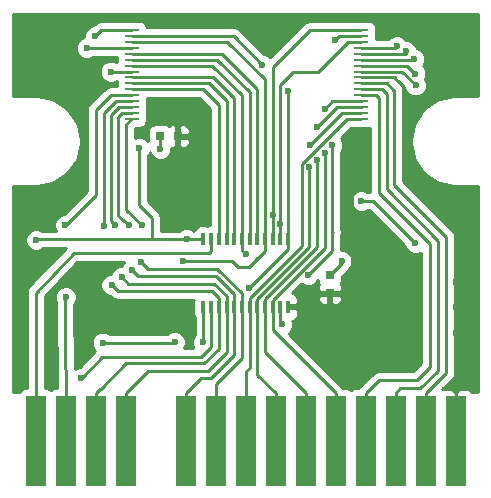
<source format=gbr>
G04 #@! TF.FileFunction,Copper,L1,Top,Signal*
%FSLAX46Y46*%
G04 Gerber Fmt 4.6, Leading zero omitted, Abs format (unit mm)*
G04 Created by KiCad (PCBNEW 4.0.0-rc1-stable) date 20-08-2016 17:56:14*
%MOMM*%
G01*
G04 APERTURE LIST*
%ADD10C,0.100000*%
%ADD11R,1.778000X7.620000*%
%ADD12R,0.750000X0.800000*%
%ADD13R,0.800000X0.750000*%
%ADD14R,0.400000X1.100000*%
%ADD15R,1.270000X0.279400*%
%ADD16C,0.600000*%
%ADD17C,0.250000*%
%ADD18C,0.254000*%
G04 APERTURE END LIST*
D10*
D11*
X129540000Y-93980000D03*
X132080000Y-93980000D03*
X134620000Y-93980000D03*
X137160000Y-93980000D03*
X142240000Y-93980000D03*
X144780000Y-93980000D03*
X147320000Y-93980000D03*
X149860000Y-93980000D03*
X152400000Y-93980000D03*
X154940000Y-93980000D03*
X157480000Y-93980000D03*
X160020000Y-93980000D03*
X162560000Y-93980000D03*
X165100000Y-93980000D03*
D12*
X154450000Y-79950000D03*
X154450000Y-81450000D03*
D13*
X140075000Y-68175000D03*
X141575000Y-68175000D03*
D14*
X143745000Y-82606000D03*
X144395000Y-82606000D03*
X145045000Y-82606000D03*
X145695000Y-82606000D03*
X146345000Y-82606000D03*
X146995000Y-82606000D03*
X147645000Y-82606000D03*
X148295000Y-82606000D03*
X148945000Y-82606000D03*
X149595000Y-82606000D03*
X150245000Y-82606000D03*
X150895000Y-82606000D03*
X150895000Y-76906000D03*
X150245000Y-76906000D03*
X149595000Y-76906000D03*
X148945000Y-76906000D03*
X148295000Y-76906000D03*
X147645000Y-76906000D03*
X146995000Y-76906000D03*
X146345000Y-76906000D03*
X145695000Y-76906000D03*
X145045000Y-76906000D03*
X144395000Y-76906000D03*
X143745000Y-76906000D03*
D15*
X137668000Y-59182000D03*
X137668000Y-59690000D03*
X137668000Y-60172600D03*
X137668000Y-60680600D03*
X137668000Y-61188600D03*
X137668000Y-61671200D03*
X137668000Y-62179200D03*
X137668000Y-62687200D03*
X137668000Y-63169800D03*
X137668000Y-63677800D03*
X137668000Y-64185800D03*
X137668000Y-64693800D03*
X137668000Y-65176400D03*
X137668000Y-65684400D03*
X137668000Y-66192400D03*
X137668000Y-66675000D03*
X157099000Y-66675000D03*
X157099000Y-66167000D03*
X157099000Y-65684400D03*
X157099000Y-65176400D03*
X157099000Y-64668400D03*
X157099000Y-64185800D03*
X157099000Y-63677800D03*
X157099000Y-63169800D03*
X157099000Y-62687200D03*
X157099000Y-62179200D03*
X157099000Y-61671200D03*
X157099000Y-61163200D03*
X157099000Y-60680600D03*
X157099000Y-60172600D03*
X157099000Y-59664600D03*
X157099000Y-59182000D03*
D16*
X132050000Y-75700000D03*
X132080000Y-81788000D03*
X135960000Y-80750000D03*
X135330000Y-75730000D03*
X136280000Y-75720000D03*
X136820000Y-80120000D03*
X137690000Y-79470000D03*
X137410000Y-75710000D03*
X138490000Y-78810000D03*
X138500000Y-75680000D03*
X152730000Y-68920000D03*
X152710000Y-70790000D03*
X153370000Y-70160000D03*
X153380000Y-67380000D03*
X154000000Y-69550000D03*
X154010000Y-65820000D03*
X130746500Y-78232000D03*
X130810000Y-83375500D03*
X165100000Y-84836000D03*
X161671000Y-84836000D03*
X161671000Y-80518000D03*
X165100000Y-80518000D03*
X143150000Y-73650000D03*
X156400000Y-72000000D03*
X142850000Y-68200000D03*
X165100000Y-82600000D03*
X161700000Y-82600000D03*
X161700000Y-63860000D03*
X161680000Y-62870000D03*
X161600000Y-61640000D03*
X160900000Y-60990000D03*
X160110000Y-60530000D03*
X150400000Y-84100000D03*
X152600000Y-79925000D03*
X154900000Y-60000000D03*
X154650000Y-68900000D03*
X143700000Y-85600000D03*
X134550000Y-59700000D03*
X135200000Y-85650000D03*
X141300000Y-85600000D03*
X147574000Y-81026000D03*
X150900000Y-64300000D03*
X148700000Y-62100000D03*
X141986000Y-78740000D03*
X133850000Y-60700000D03*
X133350000Y-88646000D03*
X161671000Y-77216000D03*
X157099000Y-73660000D03*
X142319000Y-76906000D03*
X155450000Y-78725000D03*
X140100000Y-69225000D03*
X138325000Y-69200000D03*
X135900000Y-62700000D03*
X129560000Y-76950000D03*
X147325000Y-78175000D03*
X149606000Y-74803000D03*
X150241000Y-75628500D03*
D17*
X129540000Y-93980000D02*
X129540000Y-89916000D01*
X144395000Y-77840000D02*
X144395000Y-76764000D01*
X144175000Y-78070000D02*
X144395000Y-77840000D01*
X132745000Y-78070000D02*
X144175000Y-78070000D01*
X129540000Y-81407000D02*
X132745000Y-78070000D01*
X129540000Y-89535000D02*
X129540000Y-81407000D01*
X129540000Y-89916000D02*
X129540000Y-89535000D01*
X132050000Y-75700000D02*
X132072000Y-75700000D01*
X134620000Y-65980000D02*
X135906200Y-64693800D01*
X134620000Y-73152000D02*
X134620000Y-65980000D01*
X132072000Y-75700000D02*
X134620000Y-73152000D01*
X132080000Y-93980000D02*
X132060000Y-81808000D01*
X135906200Y-64693800D02*
X136893800Y-64693800D01*
X137668000Y-64693800D02*
X136893800Y-64693800D01*
X132060000Y-81808000D02*
X132080000Y-81788000D01*
X145045000Y-82606000D02*
X145045000Y-81845000D01*
X145045000Y-81845000D02*
X144480000Y-81280000D01*
X136490000Y-81280000D02*
X135960000Y-80750000D01*
X144480000Y-81280000D02*
X136490000Y-81280000D01*
X135350000Y-71780000D02*
X135350000Y-75710000D01*
X135350000Y-75710000D02*
X135330000Y-75730000D01*
X135350000Y-71010000D02*
X135350000Y-71780000D01*
X136333600Y-65176400D02*
X137668000Y-65176400D01*
X135350000Y-66160000D02*
X136333600Y-65176400D01*
X135350000Y-71010000D02*
X135350000Y-66160000D01*
X134620000Y-93980000D02*
X134620000Y-89916000D01*
X134620000Y-89916000D02*
X135001000Y-89535000D01*
X139899976Y-87383539D02*
X143816461Y-87383539D01*
X145045000Y-86155000D02*
X145045000Y-82606000D01*
X143816461Y-87383539D02*
X145045000Y-86155000D01*
X137202500Y-87387500D02*
X139899976Y-87383539D01*
X135043500Y-89546500D02*
X137202500Y-87387500D01*
X135001000Y-89535000D02*
X135043500Y-89546500D01*
X145695000Y-82606000D02*
X145695000Y-81695000D01*
X145695000Y-81695000D02*
X144645000Y-80645000D01*
X137345000Y-80645000D02*
X136820000Y-80120000D01*
X144645000Y-80645000D02*
X137345000Y-80645000D01*
X139065000Y-88011000D02*
X144089000Y-88011000D01*
X145695000Y-86405000D02*
X145695000Y-82606000D01*
X144089000Y-88011000D02*
X145695000Y-86405000D01*
X135910000Y-71450000D02*
X135910000Y-75350000D01*
X135910000Y-75350000D02*
X136280000Y-75720000D01*
X136625600Y-65684400D02*
X137668000Y-65684400D01*
X135910000Y-66400000D02*
X136625600Y-65684400D01*
X135910000Y-71450000D02*
X135910000Y-66400000D01*
X137160000Y-93980000D02*
X137160000Y-89916000D01*
X137160000Y-89916000D02*
X139065000Y-88011000D01*
X146345000Y-82606000D02*
X146345000Y-81545000D01*
X146345000Y-81545000D02*
X144810000Y-80010000D01*
X138230000Y-80010000D02*
X137690000Y-79470000D01*
X144810000Y-80010000D02*
X138230000Y-80010000D01*
X146345000Y-81545000D02*
X146345000Y-82606000D01*
X143510000Y-88646000D02*
X144354000Y-88646000D01*
X146345000Y-86655000D02*
X146345000Y-82606000D01*
X144354000Y-88646000D02*
X146345000Y-86655000D01*
X136500000Y-70970000D02*
X136500000Y-74880000D01*
X136500000Y-74880000D02*
X137410000Y-75710000D01*
X136500000Y-69540000D02*
X136500000Y-70970000D01*
X136500000Y-69540000D02*
X136500000Y-66570000D01*
X136500000Y-66570000D02*
X136877600Y-66192400D01*
X136877600Y-66192400D02*
X137668000Y-66192400D01*
X142240000Y-89916000D02*
X143510000Y-88646000D01*
X142240000Y-93980000D02*
X142240000Y-89916000D01*
X146345000Y-81545000D02*
X146345000Y-82606000D01*
X146995000Y-82606000D02*
X146995000Y-81463000D01*
X139055000Y-79375000D02*
X138490000Y-78810000D01*
X144907000Y-79375000D02*
X139055000Y-79375000D01*
X146995000Y-81463000D02*
X144907000Y-79375000D01*
X144798000Y-89898000D02*
X144798000Y-89102000D01*
X146995000Y-86905000D02*
X146995000Y-82606000D01*
X144798000Y-89102000D02*
X146995000Y-86905000D01*
X137220000Y-70050000D02*
X137220000Y-74400000D01*
X137220000Y-70050000D02*
X137220000Y-67123000D01*
X137220000Y-67123000D02*
X137668000Y-66675000D01*
X137220000Y-74400000D02*
X138500000Y-75680000D01*
X144780000Y-89916000D02*
X144798000Y-89898000D01*
X144780000Y-93980000D02*
X144780000Y-89916000D01*
X147320000Y-93980000D02*
X147320000Y-88080000D01*
X147645000Y-87755000D02*
X147645000Y-82606000D01*
X147320000Y-88080000D02*
X147645000Y-87755000D01*
X152050000Y-76400000D02*
X152050000Y-77450000D01*
X152050000Y-76400000D02*
X152050000Y-70530000D01*
X152050000Y-70530000D02*
X155905000Y-66675000D01*
X155905000Y-66675000D02*
X157099000Y-66675000D01*
X152050000Y-77450000D02*
X147645000Y-81855000D01*
X147645000Y-81855000D02*
X147645000Y-82606000D01*
X149860000Y-93980000D02*
X149860000Y-89916000D01*
X149860000Y-89916000D02*
X148295000Y-88351000D01*
X148295000Y-88351000D02*
X148295000Y-82606000D01*
X152690000Y-75800000D02*
X152690000Y-77510000D01*
X148295000Y-81905000D02*
X148295000Y-82606000D01*
X152690000Y-77510000D02*
X148295000Y-81905000D01*
X155483000Y-66167000D02*
X157099000Y-66167000D01*
X152730000Y-68920000D02*
X155483000Y-66167000D01*
X152690000Y-70810000D02*
X152710000Y-70790000D01*
X152690000Y-75800000D02*
X152690000Y-70810000D01*
X152400000Y-93980000D02*
X152400000Y-89900000D01*
X148945000Y-86445000D02*
X148945000Y-82606000D01*
X152400000Y-89900000D02*
X148945000Y-86445000D01*
X153370000Y-76300000D02*
X153370000Y-77530000D01*
X153370000Y-76300000D02*
X153370000Y-70160000D01*
X153380000Y-67380000D02*
X155075600Y-65684400D01*
X155075600Y-65684400D02*
X157099000Y-65684400D01*
X153370000Y-77530000D02*
X148945000Y-81955000D01*
X148945000Y-81955000D02*
X148945000Y-82606000D01*
X157124400Y-65659000D02*
X157099000Y-65684400D01*
X154940000Y-93980000D02*
X154940000Y-89940000D01*
X149595000Y-84595000D02*
X149595000Y-82606000D01*
X154940000Y-89940000D02*
X149595000Y-84595000D01*
X154000000Y-76300000D02*
X154000000Y-77600000D01*
X154000000Y-76300000D02*
X154000000Y-69550000D01*
X154010000Y-65820000D02*
X154653600Y-65176400D01*
X154653600Y-65176400D02*
X157099000Y-65176400D01*
X154000000Y-77600000D02*
X149595000Y-82005000D01*
X149595000Y-82005000D02*
X149595000Y-82606000D01*
X157124400Y-65151000D02*
X157099000Y-65176400D01*
X157480000Y-93980000D02*
X157480000Y-89920000D01*
X157480000Y-89920000D02*
X158600000Y-88800000D01*
X162900000Y-77300000D02*
X158600000Y-73000000D01*
X162900000Y-87700000D02*
X162900000Y-77300000D01*
X161800000Y-88800000D02*
X162900000Y-87700000D01*
X158600000Y-88800000D02*
X161800000Y-88800000D01*
X158600000Y-69360000D02*
X158600000Y-73000000D01*
X158368400Y-64668400D02*
X157099000Y-64668400D01*
X158600000Y-64900000D02*
X158368400Y-64668400D01*
X158600000Y-69360000D02*
X158600000Y-64900000D01*
X160020000Y-89900000D02*
X160020000Y-89880000D01*
X163600000Y-77000000D02*
X159250000Y-72650000D01*
X163600000Y-88000000D02*
X163600000Y-77000000D01*
X162100000Y-89500000D02*
X163600000Y-88000000D01*
X160400000Y-89500000D02*
X162100000Y-89500000D01*
X160020000Y-89880000D02*
X160400000Y-89500000D01*
X160020000Y-89900000D02*
X160020000Y-93980000D01*
X159250000Y-70270000D02*
X159250000Y-72650000D01*
X158825800Y-64185800D02*
X157099000Y-64185800D01*
X159250000Y-64610000D02*
X158825800Y-64185800D01*
X159250000Y-70270000D02*
X159250000Y-64610000D01*
X162560000Y-93980000D02*
X162560000Y-89920000D01*
X162560000Y-89920000D02*
X164300000Y-88180000D01*
X159900000Y-72300000D02*
X159900000Y-71400000D01*
X164300000Y-76700000D02*
X159900000Y-72300000D01*
X164300000Y-88180000D02*
X164300000Y-76700000D01*
X159900000Y-69590000D02*
X159900000Y-71400000D01*
X159267800Y-63677800D02*
X157099000Y-63677800D01*
X159900000Y-64310000D02*
X159267800Y-63677800D01*
X159900000Y-69590000D02*
X159900000Y-64310000D01*
X156337000Y-82606000D02*
X156337000Y-72063000D01*
X156337000Y-72063000D02*
X156400000Y-72000000D01*
X161700000Y-82600000D02*
X161700000Y-84807000D01*
X165100000Y-84836000D02*
X165100000Y-85598000D01*
X161700000Y-84807000D02*
X161671000Y-84836000D01*
X165100000Y-80645000D02*
X165100000Y-80518000D01*
X161671000Y-80518000D02*
X161700000Y-80518000D01*
X161700000Y-80518000D02*
X161671000Y-80518000D01*
X161671000Y-80518000D02*
X161700000Y-80518000D01*
X154450000Y-82606000D02*
X154450000Y-81450000D01*
X141575000Y-68175000D02*
X141575000Y-72050000D01*
X143150000Y-73625000D02*
X143150000Y-73650000D01*
X141575000Y-72050000D02*
X143150000Y-73625000D01*
X141575000Y-68175000D02*
X142850000Y-68200000D01*
X161700000Y-82600000D02*
X161700000Y-80518000D01*
X150895000Y-82606000D02*
X154450000Y-82606000D01*
X154450000Y-82606000D02*
X156337000Y-82606000D01*
X156337000Y-82606000D02*
X161694000Y-82606000D01*
X161700000Y-82600000D02*
X161694000Y-82606000D01*
X165100000Y-93980000D02*
X165100000Y-85598000D01*
X165100000Y-85598000D02*
X165100000Y-82600000D01*
X165100000Y-82600000D02*
X165100000Y-80645000D01*
X165100000Y-80645000D02*
X165100000Y-76400000D01*
X160800000Y-71200000D02*
X160750000Y-71200000D01*
X160750000Y-71250000D02*
X160800000Y-71200000D01*
X160750000Y-72050000D02*
X160750000Y-71250000D01*
X165100000Y-76400000D02*
X160750000Y-72050000D01*
X159859800Y-63169800D02*
X157099000Y-63169800D01*
X160750000Y-64060000D02*
X159859800Y-63169800D01*
X160750000Y-71200000D02*
X160750000Y-64060000D01*
X157099000Y-62687200D02*
X160527200Y-62687200D01*
X160527200Y-62687200D02*
X161700000Y-63860000D01*
X160600000Y-62179200D02*
X160990000Y-62180000D01*
X160990000Y-62180000D02*
X161680000Y-62870000D01*
X160600000Y-62179200D02*
X157099000Y-62179200D01*
X157099000Y-61671200D02*
X161568800Y-61671200D01*
X161568800Y-61671200D02*
X161600000Y-61640000D01*
X160920000Y-61160000D02*
X157099000Y-61163200D01*
X160900000Y-60990000D02*
X160920000Y-61160000D01*
X159959400Y-60680600D02*
X157099000Y-60680600D01*
X160110000Y-60530000D02*
X159959400Y-60680600D01*
X150245000Y-83945000D02*
X150245000Y-82606000D01*
X150400000Y-84100000D02*
X150245000Y-83945000D01*
X154700000Y-76250000D02*
X154650000Y-76250000D01*
X154650000Y-76300000D02*
X154700000Y-76250000D01*
X154650000Y-77875000D02*
X154650000Y-76300000D01*
X152600000Y-79925000D02*
X154650000Y-77875000D01*
X155235400Y-59664600D02*
X157099000Y-59664600D01*
X154900000Y-60000000D02*
X155235400Y-59664600D01*
X154650000Y-76250000D02*
X154650000Y-68900000D01*
X143745000Y-82606000D02*
X143745000Y-85555000D01*
X143745000Y-85555000D02*
X143700000Y-85600000D01*
X135068000Y-59182000D02*
X137668000Y-59182000D01*
X134550000Y-59700000D02*
X135068000Y-59182000D01*
X134550000Y-59700000D02*
X134550000Y-59700000D01*
X141250000Y-85650000D02*
X135200000Y-85650000D01*
X141300000Y-85600000D02*
X141250000Y-85650000D01*
X150895000Y-77705000D02*
X150895000Y-76906000D01*
X147574000Y-81026000D02*
X150895000Y-77705000D01*
X150895000Y-76906000D02*
X150895000Y-64305000D01*
X142600000Y-59690000D02*
X137668000Y-59690000D01*
X150895000Y-64305000D02*
X150900000Y-64300000D01*
X148700000Y-62100000D02*
X146290000Y-59690000D01*
X146290000Y-59690000D02*
X142610000Y-59690000D01*
X142610000Y-59690000D02*
X142600000Y-59700000D01*
X142600000Y-59700000D02*
X142600000Y-59690000D01*
X147574000Y-79248000D02*
X148209000Y-78613000D01*
X146685000Y-79248000D02*
X147574000Y-79248000D01*
X146177000Y-78740000D02*
X146685000Y-79248000D01*
X141986000Y-78740000D02*
X146177000Y-78740000D01*
X148209000Y-78613000D02*
X148209000Y-78486000D01*
X148209000Y-78486000D02*
X148209000Y-78613000D01*
X148209000Y-78613000D02*
X148945000Y-77877000D01*
X148945000Y-77877000D02*
X148945000Y-76906000D01*
X148945000Y-76906000D02*
X148945000Y-63345000D01*
X148945000Y-63345000D02*
X145772600Y-60172600D01*
X145772600Y-60172600D02*
X137668000Y-60172600D01*
X133869400Y-60680600D02*
X137668000Y-60680600D01*
X133850000Y-60700000D02*
X133869400Y-60680600D01*
X139200019Y-86869410D02*
X143530590Y-86869410D01*
X144395000Y-86005000D02*
X144395000Y-82606000D01*
X143530590Y-86869410D02*
X144395000Y-86005000D01*
X135179500Y-86870500D02*
X139200019Y-86869410D01*
X133528500Y-88521500D02*
X135179500Y-86870500D01*
X133477000Y-88519000D02*
X133528500Y-88521500D01*
X133350000Y-88646000D02*
X133477000Y-88519000D01*
X158115000Y-73660000D02*
X161671000Y-77216000D01*
X157099000Y-73660000D02*
X158115000Y-73660000D01*
X141175000Y-76906000D02*
X142319000Y-76906000D01*
X155500000Y-78900000D02*
X154450000Y-79950000D01*
X155500000Y-78775000D02*
X155500000Y-78900000D01*
X155450000Y-78725000D02*
X155500000Y-78775000D01*
X140075000Y-68175000D02*
X140075000Y-69200000D01*
X140075000Y-69200000D02*
X140100000Y-69225000D01*
X138300000Y-74000000D02*
X138325000Y-69200000D01*
X139400000Y-75100000D02*
X138300000Y-74000000D01*
X139400000Y-76906000D02*
X139400000Y-75100000D01*
X135912800Y-62687200D02*
X137668000Y-62687200D01*
X135900000Y-62700000D02*
X135912800Y-62687200D01*
X129604000Y-76906000D02*
X139400000Y-76906000D01*
X139400000Y-76906000D02*
X141175000Y-76906000D01*
X141175000Y-76906000D02*
X143745000Y-76906000D01*
X129560000Y-76950000D02*
X129604000Y-76906000D01*
X146995000Y-76906000D02*
X146995000Y-77845000D01*
X146995000Y-77845000D02*
X147325000Y-78175000D01*
X147000000Y-65100000D02*
X147000000Y-64700000D01*
X144479200Y-62179200D02*
X137668000Y-62179200D01*
X147000000Y-64700000D02*
X144479200Y-62179200D01*
X147000000Y-65350000D02*
X146995000Y-65350000D01*
X147000000Y-65100000D02*
X147000000Y-65350000D01*
X146995000Y-76906000D02*
X146995000Y-65350000D01*
X149606000Y-74803000D02*
X149595000Y-74803000D01*
X149595000Y-74803000D02*
X149606000Y-74803000D01*
X149606000Y-74803000D02*
X149595000Y-74803000D01*
X149606000Y-75692000D02*
X149595000Y-75692000D01*
X149595000Y-75692000D02*
X149606000Y-75692000D01*
X149606000Y-75692000D02*
X149595000Y-75692000D01*
X149595000Y-76906000D02*
X149595000Y-75692000D01*
X149595000Y-75692000D02*
X149595000Y-74803000D01*
X149595000Y-74803000D02*
X149595000Y-62335000D01*
X152748000Y-59182000D02*
X157099000Y-59182000D01*
X149595000Y-62335000D02*
X152748000Y-59182000D01*
X150241000Y-75628500D02*
X150245000Y-75628500D01*
X150241000Y-75628500D02*
X150245000Y-75628500D01*
X150241000Y-74930000D02*
X150245000Y-74930000D01*
X150245000Y-74930000D02*
X150241000Y-74930000D01*
X150241000Y-74930000D02*
X150245000Y-74930000D01*
X150245000Y-65400000D02*
X150245000Y-63805000D01*
X155977400Y-60172600D02*
X157099000Y-60172600D01*
X153450000Y-62700000D02*
X155977400Y-60172600D01*
X151350000Y-62700000D02*
X153450000Y-62700000D01*
X150245000Y-63805000D02*
X151350000Y-62700000D01*
X150245000Y-76906000D02*
X150245000Y-75628500D01*
X150245000Y-75628500D02*
X150245000Y-74930000D01*
X150245000Y-74930000D02*
X150245000Y-65400000D01*
X148295000Y-64900000D02*
X148295000Y-64145000D01*
X148295000Y-64145000D02*
X145338600Y-61188600D01*
X145338600Y-61188600D02*
X137668000Y-61188600D01*
X148295000Y-76906000D02*
X148295000Y-64900000D01*
X147645000Y-65400000D02*
X147645000Y-64445000D01*
X147645000Y-64445000D02*
X144871200Y-61671200D01*
X144871200Y-61671200D02*
X137668000Y-61671200D01*
X147645000Y-76906000D02*
X147645000Y-65400000D01*
X146345000Y-66400000D02*
X146345000Y-64965000D01*
X146345000Y-64965000D02*
X144549800Y-63169800D01*
X144549800Y-63169800D02*
X137668000Y-63169800D01*
X146345000Y-76906000D02*
X146345000Y-66400000D01*
X145695000Y-66300000D02*
X145695000Y-65195000D01*
X144177800Y-63677800D02*
X137668000Y-63677800D01*
X145695000Y-65195000D02*
X144177800Y-63677800D01*
X145695000Y-76906000D02*
X145695000Y-66300000D01*
X145045000Y-66100000D02*
X145045000Y-65545000D01*
X143685800Y-64185800D02*
X137668000Y-64185800D01*
X145045000Y-65545000D02*
X143685800Y-64185800D01*
X145045000Y-76906000D02*
X145045000Y-66100000D01*
D18*
G36*
X167004500Y-64769500D02*
X165100000Y-64769500D01*
X165038612Y-64781711D01*
X164976021Y-64781711D01*
X163761000Y-65023393D01*
X163531915Y-65118283D01*
X162501871Y-65806537D01*
X162326537Y-65981871D01*
X161638283Y-67011915D01*
X161543393Y-67241000D01*
X161301711Y-68456020D01*
X161301712Y-68580000D01*
X161301711Y-68703980D01*
X161543393Y-69919000D01*
X161632796Y-70134838D01*
X161638283Y-70148085D01*
X162326537Y-71178129D01*
X162501871Y-71353463D01*
X163531915Y-72041717D01*
X163761000Y-72136607D01*
X164976021Y-72378289D01*
X165038612Y-72378289D01*
X165100000Y-72390500D01*
X167004500Y-72390500D01*
X167004500Y-89789000D01*
X166506026Y-89789000D01*
X166348698Y-89631673D01*
X166115309Y-89535000D01*
X165385750Y-89535000D01*
X165227000Y-89693750D01*
X165227000Y-89789000D01*
X164973000Y-89789000D01*
X164973000Y-89693750D01*
X164814250Y-89535000D01*
X164084691Y-89535000D01*
X163973918Y-89580884D01*
X164837401Y-88717401D01*
X165002148Y-88470839D01*
X165060000Y-88180000D01*
X165060000Y-76700000D01*
X165002148Y-76409161D01*
X164837401Y-76162599D01*
X160660000Y-71985198D01*
X160660000Y-64310000D01*
X160602148Y-64019161D01*
X160437401Y-63772599D01*
X160112002Y-63447200D01*
X160212398Y-63447200D01*
X160764878Y-63999680D01*
X160764838Y-64045167D01*
X160906883Y-64388943D01*
X161169673Y-64652192D01*
X161513201Y-64794838D01*
X161885167Y-64795162D01*
X162228943Y-64653117D01*
X162492192Y-64390327D01*
X162634838Y-64046799D01*
X162635162Y-63674833D01*
X162497027Y-63340519D01*
X162614838Y-63056799D01*
X162615162Y-62684833D01*
X162473117Y-62341057D01*
X162347360Y-62215081D01*
X162392192Y-62170327D01*
X162534838Y-61826799D01*
X162535162Y-61454833D01*
X162393117Y-61111057D01*
X162130327Y-60847808D01*
X161795466Y-60708761D01*
X161693117Y-60461057D01*
X161430327Y-60197808D01*
X161086799Y-60055162D01*
X160925415Y-60055021D01*
X160903117Y-60001057D01*
X160640327Y-59737808D01*
X160296799Y-59595162D01*
X159924833Y-59594838D01*
X159581057Y-59736883D01*
X159397019Y-59920600D01*
X158360309Y-59920600D01*
X158359143Y-59914404D01*
X158381440Y-59804300D01*
X158381440Y-59524900D01*
X158361621Y-59419570D01*
X158381440Y-59321700D01*
X158381440Y-59042300D01*
X158337162Y-58806983D01*
X158198090Y-58590859D01*
X157985890Y-58445869D01*
X157734000Y-58394860D01*
X156464000Y-58394860D01*
X156319764Y-58422000D01*
X152748000Y-58422000D01*
X152457160Y-58479852D01*
X152210599Y-58644599D01*
X149388720Y-61466478D01*
X149230327Y-61307808D01*
X148886799Y-61165162D01*
X148839923Y-61165121D01*
X146827401Y-59152599D01*
X146580839Y-58987852D01*
X146290000Y-58930000D01*
X142610000Y-58930000D01*
X142605000Y-58930995D01*
X142600000Y-58930000D01*
X138929309Y-58930000D01*
X138906162Y-58806983D01*
X138767090Y-58590859D01*
X138554890Y-58445869D01*
X138303000Y-58394860D01*
X137033000Y-58394860D01*
X136888764Y-58422000D01*
X135068000Y-58422000D01*
X134777161Y-58479852D01*
X134530599Y-58644599D01*
X134410320Y-58764878D01*
X134364833Y-58764838D01*
X134021057Y-58906883D01*
X133757808Y-59169673D01*
X133615162Y-59513201D01*
X133614925Y-59785460D01*
X133321057Y-59906883D01*
X133057808Y-60169673D01*
X132915162Y-60513201D01*
X132914838Y-60885167D01*
X133056883Y-61228943D01*
X133319673Y-61492192D01*
X133663201Y-61634838D01*
X134035167Y-61635162D01*
X134378943Y-61493117D01*
X134431552Y-61440600D01*
X136403968Y-61440600D01*
X136385560Y-61531500D01*
X136385560Y-61810900D01*
X136401546Y-61895857D01*
X136086799Y-61765162D01*
X135714833Y-61764838D01*
X135371057Y-61906883D01*
X135107808Y-62169673D01*
X134965162Y-62513201D01*
X134964838Y-62885167D01*
X135106883Y-63228943D01*
X135369673Y-63492192D01*
X135713201Y-63634838D01*
X136085167Y-63635162D01*
X136391540Y-63508572D01*
X136385560Y-63538100D01*
X136385560Y-63817500D01*
X136407443Y-63933800D01*
X135906200Y-63933800D01*
X135615361Y-63991652D01*
X135459434Y-64095839D01*
X135368799Y-64156399D01*
X134082599Y-65442599D01*
X133917852Y-65689161D01*
X133860000Y-65980000D01*
X133860000Y-72837198D01*
X131932301Y-74764897D01*
X131864833Y-74764838D01*
X131521057Y-74906883D01*
X131257808Y-75169673D01*
X131115162Y-75513201D01*
X131114838Y-75885167D01*
X131222612Y-76146000D01*
X130061890Y-76146000D01*
X129746799Y-76015162D01*
X129374833Y-76014838D01*
X129031057Y-76156883D01*
X128767808Y-76419673D01*
X128625162Y-76763201D01*
X128624838Y-77135167D01*
X128766883Y-77478943D01*
X129029673Y-77742192D01*
X129373201Y-77884838D01*
X129745167Y-77885162D01*
X130088943Y-77743117D01*
X130166195Y-77666000D01*
X132079260Y-77666000D01*
X128991867Y-80880549D01*
X128916038Y-80999147D01*
X128837852Y-81116161D01*
X128836330Y-81123812D01*
X128832128Y-81130384D01*
X128807462Y-81268941D01*
X128780000Y-81407000D01*
X128780000Y-89522560D01*
X128651000Y-89522560D01*
X128415683Y-89566838D01*
X128199559Y-89705910D01*
X128142786Y-89789000D01*
X127635500Y-89789000D01*
X127635500Y-72390500D01*
X129540000Y-72390500D01*
X129601389Y-72378289D01*
X129663980Y-72378289D01*
X130879000Y-72136607D01*
X131108085Y-72041717D01*
X132138129Y-71353463D01*
X132313463Y-71178129D01*
X133001717Y-70148085D01*
X133096607Y-69919000D01*
X133338289Y-68703979D01*
X133338289Y-68456019D01*
X133096607Y-67241000D01*
X133081103Y-67203569D01*
X133001717Y-67011915D01*
X132313463Y-65981871D01*
X132138129Y-65806537D01*
X131108085Y-65118283D01*
X130879000Y-65023393D01*
X129663980Y-64781711D01*
X129601389Y-64781711D01*
X129540000Y-64769500D01*
X127635500Y-64769500D01*
X127635500Y-57785500D01*
X167004500Y-57785500D01*
X167004500Y-64769500D01*
X167004500Y-64769500D01*
G37*
X167004500Y-64769500D02*
X165100000Y-64769500D01*
X165038612Y-64781711D01*
X164976021Y-64781711D01*
X163761000Y-65023393D01*
X163531915Y-65118283D01*
X162501871Y-65806537D01*
X162326537Y-65981871D01*
X161638283Y-67011915D01*
X161543393Y-67241000D01*
X161301711Y-68456020D01*
X161301712Y-68580000D01*
X161301711Y-68703980D01*
X161543393Y-69919000D01*
X161632796Y-70134838D01*
X161638283Y-70148085D01*
X162326537Y-71178129D01*
X162501871Y-71353463D01*
X163531915Y-72041717D01*
X163761000Y-72136607D01*
X164976021Y-72378289D01*
X165038612Y-72378289D01*
X165100000Y-72390500D01*
X167004500Y-72390500D01*
X167004500Y-89789000D01*
X166506026Y-89789000D01*
X166348698Y-89631673D01*
X166115309Y-89535000D01*
X165385750Y-89535000D01*
X165227000Y-89693750D01*
X165227000Y-89789000D01*
X164973000Y-89789000D01*
X164973000Y-89693750D01*
X164814250Y-89535000D01*
X164084691Y-89535000D01*
X163973918Y-89580884D01*
X164837401Y-88717401D01*
X165002148Y-88470839D01*
X165060000Y-88180000D01*
X165060000Y-76700000D01*
X165002148Y-76409161D01*
X164837401Y-76162599D01*
X160660000Y-71985198D01*
X160660000Y-64310000D01*
X160602148Y-64019161D01*
X160437401Y-63772599D01*
X160112002Y-63447200D01*
X160212398Y-63447200D01*
X160764878Y-63999680D01*
X160764838Y-64045167D01*
X160906883Y-64388943D01*
X161169673Y-64652192D01*
X161513201Y-64794838D01*
X161885167Y-64795162D01*
X162228943Y-64653117D01*
X162492192Y-64390327D01*
X162634838Y-64046799D01*
X162635162Y-63674833D01*
X162497027Y-63340519D01*
X162614838Y-63056799D01*
X162615162Y-62684833D01*
X162473117Y-62341057D01*
X162347360Y-62215081D01*
X162392192Y-62170327D01*
X162534838Y-61826799D01*
X162535162Y-61454833D01*
X162393117Y-61111057D01*
X162130327Y-60847808D01*
X161795466Y-60708761D01*
X161693117Y-60461057D01*
X161430327Y-60197808D01*
X161086799Y-60055162D01*
X160925415Y-60055021D01*
X160903117Y-60001057D01*
X160640327Y-59737808D01*
X160296799Y-59595162D01*
X159924833Y-59594838D01*
X159581057Y-59736883D01*
X159397019Y-59920600D01*
X158360309Y-59920600D01*
X158359143Y-59914404D01*
X158381440Y-59804300D01*
X158381440Y-59524900D01*
X158361621Y-59419570D01*
X158381440Y-59321700D01*
X158381440Y-59042300D01*
X158337162Y-58806983D01*
X158198090Y-58590859D01*
X157985890Y-58445869D01*
X157734000Y-58394860D01*
X156464000Y-58394860D01*
X156319764Y-58422000D01*
X152748000Y-58422000D01*
X152457160Y-58479852D01*
X152210599Y-58644599D01*
X149388720Y-61466478D01*
X149230327Y-61307808D01*
X148886799Y-61165162D01*
X148839923Y-61165121D01*
X146827401Y-59152599D01*
X146580839Y-58987852D01*
X146290000Y-58930000D01*
X142610000Y-58930000D01*
X142605000Y-58930995D01*
X142600000Y-58930000D01*
X138929309Y-58930000D01*
X138906162Y-58806983D01*
X138767090Y-58590859D01*
X138554890Y-58445869D01*
X138303000Y-58394860D01*
X137033000Y-58394860D01*
X136888764Y-58422000D01*
X135068000Y-58422000D01*
X134777161Y-58479852D01*
X134530599Y-58644599D01*
X134410320Y-58764878D01*
X134364833Y-58764838D01*
X134021057Y-58906883D01*
X133757808Y-59169673D01*
X133615162Y-59513201D01*
X133614925Y-59785460D01*
X133321057Y-59906883D01*
X133057808Y-60169673D01*
X132915162Y-60513201D01*
X132914838Y-60885167D01*
X133056883Y-61228943D01*
X133319673Y-61492192D01*
X133663201Y-61634838D01*
X134035167Y-61635162D01*
X134378943Y-61493117D01*
X134431552Y-61440600D01*
X136403968Y-61440600D01*
X136385560Y-61531500D01*
X136385560Y-61810900D01*
X136401546Y-61895857D01*
X136086799Y-61765162D01*
X135714833Y-61764838D01*
X135371057Y-61906883D01*
X135107808Y-62169673D01*
X134965162Y-62513201D01*
X134964838Y-62885167D01*
X135106883Y-63228943D01*
X135369673Y-63492192D01*
X135713201Y-63634838D01*
X136085167Y-63635162D01*
X136391540Y-63508572D01*
X136385560Y-63538100D01*
X136385560Y-63817500D01*
X136407443Y-63933800D01*
X135906200Y-63933800D01*
X135615361Y-63991652D01*
X135459434Y-64095839D01*
X135368799Y-64156399D01*
X134082599Y-65442599D01*
X133917852Y-65689161D01*
X133860000Y-65980000D01*
X133860000Y-72837198D01*
X131932301Y-74764897D01*
X131864833Y-74764838D01*
X131521057Y-74906883D01*
X131257808Y-75169673D01*
X131115162Y-75513201D01*
X131114838Y-75885167D01*
X131222612Y-76146000D01*
X130061890Y-76146000D01*
X129746799Y-76015162D01*
X129374833Y-76014838D01*
X129031057Y-76156883D01*
X128767808Y-76419673D01*
X128625162Y-76763201D01*
X128624838Y-77135167D01*
X128766883Y-77478943D01*
X129029673Y-77742192D01*
X129373201Y-77884838D01*
X129745167Y-77885162D01*
X130088943Y-77743117D01*
X130166195Y-77666000D01*
X132079260Y-77666000D01*
X128991867Y-80880549D01*
X128916038Y-80999147D01*
X128837852Y-81116161D01*
X128836330Y-81123812D01*
X128832128Y-81130384D01*
X128807462Y-81268941D01*
X128780000Y-81407000D01*
X128780000Y-89522560D01*
X128651000Y-89522560D01*
X128415683Y-89566838D01*
X128199559Y-89705910D01*
X128142786Y-89789000D01*
X127635500Y-89789000D01*
X127635500Y-72390500D01*
X129540000Y-72390500D01*
X129601389Y-72378289D01*
X129663980Y-72378289D01*
X130879000Y-72136607D01*
X131108085Y-72041717D01*
X132138129Y-71353463D01*
X132313463Y-71178129D01*
X133001717Y-70148085D01*
X133096607Y-69919000D01*
X133338289Y-68703979D01*
X133338289Y-68456019D01*
X133096607Y-67241000D01*
X133081103Y-67203569D01*
X133001717Y-67011915D01*
X132313463Y-65981871D01*
X132138129Y-65806537D01*
X131108085Y-65118283D01*
X130879000Y-65023393D01*
X129663980Y-64781711D01*
X129601389Y-64781711D01*
X129540000Y-64769500D01*
X127635500Y-64769500D01*
X127635500Y-57785500D01*
X167004500Y-57785500D01*
X167004500Y-64769500D01*
G36*
X156464000Y-67462140D02*
X157734000Y-67462140D01*
X157840000Y-67442195D01*
X157840000Y-72900000D01*
X157661463Y-72900000D01*
X157629327Y-72867808D01*
X157285799Y-72725162D01*
X156913833Y-72724838D01*
X156570057Y-72866883D01*
X156306808Y-73129673D01*
X156164162Y-73473201D01*
X156163838Y-73845167D01*
X156305883Y-74188943D01*
X156568673Y-74452192D01*
X156912201Y-74594838D01*
X157284167Y-74595162D01*
X157627943Y-74453117D01*
X157661118Y-74420000D01*
X157800198Y-74420000D01*
X160735878Y-77355680D01*
X160735838Y-77401167D01*
X160877883Y-77744943D01*
X161140673Y-78008192D01*
X161484201Y-78150838D01*
X161856167Y-78151162D01*
X162140000Y-78033885D01*
X162140000Y-87385198D01*
X161485198Y-88040000D01*
X158600000Y-88040000D01*
X158309160Y-88097852D01*
X158062599Y-88262599D01*
X156942599Y-89382599D01*
X156849080Y-89522560D01*
X156591000Y-89522560D01*
X156355683Y-89566838D01*
X156209093Y-89661166D01*
X156080890Y-89573569D01*
X155829000Y-89522560D01*
X155557556Y-89522560D01*
X155477401Y-89402598D01*
X150948448Y-84873646D01*
X151192192Y-84630327D01*
X151334838Y-84286799D01*
X151335162Y-83914833D01*
X151274835Y-83768829D01*
X151454699Y-83694327D01*
X151633327Y-83515698D01*
X151730000Y-83282309D01*
X151730000Y-82891750D01*
X151571250Y-82733000D01*
X151092440Y-82733000D01*
X151092440Y-82479000D01*
X151571250Y-82479000D01*
X151730000Y-82320250D01*
X151730000Y-81929691D01*
X151649667Y-81735750D01*
X153440000Y-81735750D01*
X153440000Y-81976309D01*
X153536673Y-82209698D01*
X153715301Y-82388327D01*
X153948690Y-82485000D01*
X154164250Y-82485000D01*
X154323000Y-82326250D01*
X154323000Y-81577000D01*
X154577000Y-81577000D01*
X154577000Y-82326250D01*
X154735750Y-82485000D01*
X154951310Y-82485000D01*
X155184699Y-82388327D01*
X155363327Y-82209698D01*
X155460000Y-81976309D01*
X155460000Y-81735750D01*
X155301250Y-81577000D01*
X154577000Y-81577000D01*
X154323000Y-81577000D01*
X153598750Y-81577000D01*
X153440000Y-81735750D01*
X151649667Y-81735750D01*
X151633327Y-81696302D01*
X151454699Y-81517673D01*
X151244285Y-81430517D01*
X152013690Y-80661112D01*
X152069673Y-80717192D01*
X152413201Y-80859838D01*
X152785167Y-80860162D01*
X153128943Y-80718117D01*
X153392192Y-80455327D01*
X153430169Y-80363868D01*
X153471838Y-80585317D01*
X153538329Y-80688646D01*
X153536673Y-80690302D01*
X153440000Y-80923691D01*
X153440000Y-81164250D01*
X153598750Y-81323000D01*
X154323000Y-81323000D01*
X154323000Y-81303000D01*
X154577000Y-81303000D01*
X154577000Y-81323000D01*
X155301250Y-81323000D01*
X155460000Y-81164250D01*
X155460000Y-80923691D01*
X155363327Y-80690302D01*
X155361957Y-80688932D01*
X155421431Y-80601890D01*
X155472440Y-80350000D01*
X155472440Y-80002362D01*
X155941012Y-79533790D01*
X155978943Y-79518117D01*
X156242192Y-79255327D01*
X156384838Y-78911799D01*
X156385162Y-78539833D01*
X156243117Y-78196057D01*
X155980327Y-77932808D01*
X155636799Y-77790162D01*
X155410000Y-77789964D01*
X155410000Y-76501365D01*
X155460000Y-76250000D01*
X155410000Y-75998634D01*
X155410000Y-69462463D01*
X155442192Y-69430327D01*
X155584838Y-69086799D01*
X155585162Y-68714833D01*
X155443117Y-68371057D01*
X155363501Y-68291301D01*
X156219802Y-67435000D01*
X156329979Y-67435000D01*
X156464000Y-67462140D01*
X156464000Y-67462140D01*
G37*
X156464000Y-67462140D02*
X157734000Y-67462140D01*
X157840000Y-67442195D01*
X157840000Y-72900000D01*
X157661463Y-72900000D01*
X157629327Y-72867808D01*
X157285799Y-72725162D01*
X156913833Y-72724838D01*
X156570057Y-72866883D01*
X156306808Y-73129673D01*
X156164162Y-73473201D01*
X156163838Y-73845167D01*
X156305883Y-74188943D01*
X156568673Y-74452192D01*
X156912201Y-74594838D01*
X157284167Y-74595162D01*
X157627943Y-74453117D01*
X157661118Y-74420000D01*
X157800198Y-74420000D01*
X160735878Y-77355680D01*
X160735838Y-77401167D01*
X160877883Y-77744943D01*
X161140673Y-78008192D01*
X161484201Y-78150838D01*
X161856167Y-78151162D01*
X162140000Y-78033885D01*
X162140000Y-87385198D01*
X161485198Y-88040000D01*
X158600000Y-88040000D01*
X158309160Y-88097852D01*
X158062599Y-88262599D01*
X156942599Y-89382599D01*
X156849080Y-89522560D01*
X156591000Y-89522560D01*
X156355683Y-89566838D01*
X156209093Y-89661166D01*
X156080890Y-89573569D01*
X155829000Y-89522560D01*
X155557556Y-89522560D01*
X155477401Y-89402598D01*
X150948448Y-84873646D01*
X151192192Y-84630327D01*
X151334838Y-84286799D01*
X151335162Y-83914833D01*
X151274835Y-83768829D01*
X151454699Y-83694327D01*
X151633327Y-83515698D01*
X151730000Y-83282309D01*
X151730000Y-82891750D01*
X151571250Y-82733000D01*
X151092440Y-82733000D01*
X151092440Y-82479000D01*
X151571250Y-82479000D01*
X151730000Y-82320250D01*
X151730000Y-81929691D01*
X151649667Y-81735750D01*
X153440000Y-81735750D01*
X153440000Y-81976309D01*
X153536673Y-82209698D01*
X153715301Y-82388327D01*
X153948690Y-82485000D01*
X154164250Y-82485000D01*
X154323000Y-82326250D01*
X154323000Y-81577000D01*
X154577000Y-81577000D01*
X154577000Y-82326250D01*
X154735750Y-82485000D01*
X154951310Y-82485000D01*
X155184699Y-82388327D01*
X155363327Y-82209698D01*
X155460000Y-81976309D01*
X155460000Y-81735750D01*
X155301250Y-81577000D01*
X154577000Y-81577000D01*
X154323000Y-81577000D01*
X153598750Y-81577000D01*
X153440000Y-81735750D01*
X151649667Y-81735750D01*
X151633327Y-81696302D01*
X151454699Y-81517673D01*
X151244285Y-81430517D01*
X152013690Y-80661112D01*
X152069673Y-80717192D01*
X152413201Y-80859838D01*
X152785167Y-80860162D01*
X153128943Y-80718117D01*
X153392192Y-80455327D01*
X153430169Y-80363868D01*
X153471838Y-80585317D01*
X153538329Y-80688646D01*
X153536673Y-80690302D01*
X153440000Y-80923691D01*
X153440000Y-81164250D01*
X153598750Y-81323000D01*
X154323000Y-81323000D01*
X154323000Y-81303000D01*
X154577000Y-81303000D01*
X154577000Y-81323000D01*
X155301250Y-81323000D01*
X155460000Y-81164250D01*
X155460000Y-80923691D01*
X155363327Y-80690302D01*
X155361957Y-80688932D01*
X155421431Y-80601890D01*
X155472440Y-80350000D01*
X155472440Y-80002362D01*
X155941012Y-79533790D01*
X155978943Y-79518117D01*
X156242192Y-79255327D01*
X156384838Y-78911799D01*
X156385162Y-78539833D01*
X156243117Y-78196057D01*
X155980327Y-77932808D01*
X155636799Y-77790162D01*
X155410000Y-77789964D01*
X155410000Y-76501365D01*
X155460000Y-76250000D01*
X155410000Y-75998634D01*
X155410000Y-69462463D01*
X155442192Y-69430327D01*
X155584838Y-69086799D01*
X155585162Y-68714833D01*
X155443117Y-68371057D01*
X155363501Y-68291301D01*
X156219802Y-67435000D01*
X156329979Y-67435000D01*
X156464000Y-67462140D01*
G36*
X136897808Y-78939673D02*
X136795948Y-79184978D01*
X136634833Y-79184838D01*
X136291057Y-79326883D01*
X136027808Y-79589673D01*
X135934253Y-79814977D01*
X135774833Y-79814838D01*
X135431057Y-79956883D01*
X135167808Y-80219673D01*
X135025162Y-80563201D01*
X135024838Y-80935167D01*
X135166883Y-81278943D01*
X135429673Y-81542192D01*
X135773201Y-81684838D01*
X135820077Y-81684879D01*
X135952599Y-81817401D01*
X136199160Y-81982148D01*
X136490000Y-82040000D01*
X142900800Y-82040000D01*
X142897560Y-82056000D01*
X142897560Y-83156000D01*
X142941838Y-83391317D01*
X142985000Y-83458393D01*
X142985000Y-84992616D01*
X142907808Y-85069673D01*
X142765162Y-85413201D01*
X142764838Y-85785167D01*
X142898812Y-86109410D01*
X142100878Y-86109410D01*
X142234838Y-85786799D01*
X142235162Y-85414833D01*
X142093117Y-85071057D01*
X141830327Y-84807808D01*
X141486799Y-84665162D01*
X141114833Y-84664838D01*
X140771057Y-84806883D01*
X140687795Y-84890000D01*
X135762463Y-84890000D01*
X135730327Y-84857808D01*
X135386799Y-84715162D01*
X135014833Y-84714838D01*
X134671057Y-84856883D01*
X134407808Y-85119673D01*
X134265162Y-85463201D01*
X134264838Y-85835167D01*
X134406883Y-86178943D01*
X134601399Y-86373799D01*
X133264273Y-87710925D01*
X133164833Y-87710838D01*
X132829927Y-87849218D01*
X132820924Y-82369506D01*
X132872192Y-82318327D01*
X133014838Y-81974799D01*
X133015162Y-81602833D01*
X132873117Y-81259057D01*
X132610327Y-80995808D01*
X132266799Y-80853162D01*
X131894833Y-80852838D01*
X131551057Y-80994883D01*
X131287808Y-81257673D01*
X131145162Y-81601201D01*
X131144838Y-81973167D01*
X131286883Y-82316943D01*
X131300858Y-82330943D01*
X131312675Y-89522560D01*
X131191000Y-89522560D01*
X130955683Y-89566838D01*
X130809093Y-89661166D01*
X130680890Y-89573569D01*
X130429000Y-89522560D01*
X130300000Y-89522560D01*
X130300000Y-81712858D01*
X133068822Y-78830000D01*
X137007673Y-78830000D01*
X136897808Y-78939673D01*
X136897808Y-78939673D01*
G37*
X136897808Y-78939673D02*
X136795948Y-79184978D01*
X136634833Y-79184838D01*
X136291057Y-79326883D01*
X136027808Y-79589673D01*
X135934253Y-79814977D01*
X135774833Y-79814838D01*
X135431057Y-79956883D01*
X135167808Y-80219673D01*
X135025162Y-80563201D01*
X135024838Y-80935167D01*
X135166883Y-81278943D01*
X135429673Y-81542192D01*
X135773201Y-81684838D01*
X135820077Y-81684879D01*
X135952599Y-81817401D01*
X136199160Y-81982148D01*
X136490000Y-82040000D01*
X142900800Y-82040000D01*
X142897560Y-82056000D01*
X142897560Y-83156000D01*
X142941838Y-83391317D01*
X142985000Y-83458393D01*
X142985000Y-84992616D01*
X142907808Y-85069673D01*
X142765162Y-85413201D01*
X142764838Y-85785167D01*
X142898812Y-86109410D01*
X142100878Y-86109410D01*
X142234838Y-85786799D01*
X142235162Y-85414833D01*
X142093117Y-85071057D01*
X141830327Y-84807808D01*
X141486799Y-84665162D01*
X141114833Y-84664838D01*
X140771057Y-84806883D01*
X140687795Y-84890000D01*
X135762463Y-84890000D01*
X135730327Y-84857808D01*
X135386799Y-84715162D01*
X135014833Y-84714838D01*
X134671057Y-84856883D01*
X134407808Y-85119673D01*
X134265162Y-85463201D01*
X134264838Y-85835167D01*
X134406883Y-86178943D01*
X134601399Y-86373799D01*
X133264273Y-87710925D01*
X133164833Y-87710838D01*
X132829927Y-87849218D01*
X132820924Y-82369506D01*
X132872192Y-82318327D01*
X133014838Y-81974799D01*
X133015162Y-81602833D01*
X132873117Y-81259057D01*
X132610327Y-80995808D01*
X132266799Y-80853162D01*
X131894833Y-80852838D01*
X131551057Y-80994883D01*
X131287808Y-81257673D01*
X131145162Y-81601201D01*
X131144838Y-81973167D01*
X131286883Y-82316943D01*
X131300858Y-82330943D01*
X131312675Y-89522560D01*
X131191000Y-89522560D01*
X130955683Y-89566838D01*
X130809093Y-89661166D01*
X130680890Y-89573569D01*
X130429000Y-89522560D01*
X130300000Y-89522560D01*
X130300000Y-81712858D01*
X133068822Y-78830000D01*
X137007673Y-78830000D01*
X136897808Y-78939673D01*
G36*
X144285000Y-65859802D02*
X144285000Y-75708560D01*
X144195000Y-75708560D01*
X144065411Y-75732944D01*
X143945000Y-75708560D01*
X143545000Y-75708560D01*
X143309683Y-75752838D01*
X143093559Y-75891910D01*
X142948569Y-76104110D01*
X142940086Y-76146000D01*
X142881463Y-76146000D01*
X142849327Y-76113808D01*
X142505799Y-75971162D01*
X142133833Y-75970838D01*
X141790057Y-76112883D01*
X141756882Y-76146000D01*
X140160000Y-76146000D01*
X140160000Y-75100000D01*
X140102148Y-74809161D01*
X139937401Y-74562599D01*
X139061642Y-73686840D01*
X139082066Y-69765392D01*
X139117192Y-69730327D01*
X139207381Y-69513129D01*
X139306883Y-69753943D01*
X139569673Y-70017192D01*
X139913201Y-70159838D01*
X140285167Y-70160162D01*
X140628943Y-70018117D01*
X140892192Y-69755327D01*
X141034838Y-69411799D01*
X141035040Y-69179346D01*
X141048691Y-69185000D01*
X141289250Y-69185000D01*
X141448000Y-69026250D01*
X141448000Y-68302000D01*
X141702000Y-68302000D01*
X141702000Y-69026250D01*
X141860750Y-69185000D01*
X142101309Y-69185000D01*
X142334698Y-69088327D01*
X142513327Y-68909699D01*
X142610000Y-68676310D01*
X142610000Y-68460750D01*
X142451250Y-68302000D01*
X141702000Y-68302000D01*
X141448000Y-68302000D01*
X141428000Y-68302000D01*
X141428000Y-68048000D01*
X141448000Y-68048000D01*
X141448000Y-67323750D01*
X141702000Y-67323750D01*
X141702000Y-68048000D01*
X142451250Y-68048000D01*
X142610000Y-67889250D01*
X142610000Y-67673690D01*
X142513327Y-67440301D01*
X142334698Y-67261673D01*
X142101309Y-67165000D01*
X141860750Y-67165000D01*
X141702000Y-67323750D01*
X141448000Y-67323750D01*
X141289250Y-67165000D01*
X141048691Y-67165000D01*
X140815302Y-67261673D01*
X140813932Y-67263043D01*
X140726890Y-67203569D01*
X140475000Y-67152560D01*
X139675000Y-67152560D01*
X139439683Y-67196838D01*
X139223559Y-67335910D01*
X139078569Y-67548110D01*
X139027560Y-67800000D01*
X139027560Y-68550000D01*
X139034595Y-68587389D01*
X138855327Y-68407808D01*
X138511799Y-68265162D01*
X138139833Y-68264838D01*
X137980000Y-68330879D01*
X137980000Y-67462140D01*
X138303000Y-67462140D01*
X138538317Y-67417862D01*
X138754441Y-67278790D01*
X138899431Y-67066590D01*
X138950440Y-66814700D01*
X138950440Y-66535300D01*
X138930621Y-66429970D01*
X138950440Y-66332100D01*
X138950440Y-66052700D01*
X138928143Y-65934204D01*
X138950440Y-65824100D01*
X138950440Y-65544700D01*
X138928143Y-65426204D01*
X138950440Y-65316100D01*
X138950440Y-65036700D01*
X138933336Y-64945800D01*
X143370998Y-64945800D01*
X144285000Y-65859802D01*
X144285000Y-65859802D01*
G37*
X144285000Y-65859802D02*
X144285000Y-75708560D01*
X144195000Y-75708560D01*
X144065411Y-75732944D01*
X143945000Y-75708560D01*
X143545000Y-75708560D01*
X143309683Y-75752838D01*
X143093559Y-75891910D01*
X142948569Y-76104110D01*
X142940086Y-76146000D01*
X142881463Y-76146000D01*
X142849327Y-76113808D01*
X142505799Y-75971162D01*
X142133833Y-75970838D01*
X141790057Y-76112883D01*
X141756882Y-76146000D01*
X140160000Y-76146000D01*
X140160000Y-75100000D01*
X140102148Y-74809161D01*
X139937401Y-74562599D01*
X139061642Y-73686840D01*
X139082066Y-69765392D01*
X139117192Y-69730327D01*
X139207381Y-69513129D01*
X139306883Y-69753943D01*
X139569673Y-70017192D01*
X139913201Y-70159838D01*
X140285167Y-70160162D01*
X140628943Y-70018117D01*
X140892192Y-69755327D01*
X141034838Y-69411799D01*
X141035040Y-69179346D01*
X141048691Y-69185000D01*
X141289250Y-69185000D01*
X141448000Y-69026250D01*
X141448000Y-68302000D01*
X141702000Y-68302000D01*
X141702000Y-69026250D01*
X141860750Y-69185000D01*
X142101309Y-69185000D01*
X142334698Y-69088327D01*
X142513327Y-68909699D01*
X142610000Y-68676310D01*
X142610000Y-68460750D01*
X142451250Y-68302000D01*
X141702000Y-68302000D01*
X141448000Y-68302000D01*
X141428000Y-68302000D01*
X141428000Y-68048000D01*
X141448000Y-68048000D01*
X141448000Y-67323750D01*
X141702000Y-67323750D01*
X141702000Y-68048000D01*
X142451250Y-68048000D01*
X142610000Y-67889250D01*
X142610000Y-67673690D01*
X142513327Y-67440301D01*
X142334698Y-67261673D01*
X142101309Y-67165000D01*
X141860750Y-67165000D01*
X141702000Y-67323750D01*
X141448000Y-67323750D01*
X141289250Y-67165000D01*
X141048691Y-67165000D01*
X140815302Y-67261673D01*
X140813932Y-67263043D01*
X140726890Y-67203569D01*
X140475000Y-67152560D01*
X139675000Y-67152560D01*
X139439683Y-67196838D01*
X139223559Y-67335910D01*
X139078569Y-67548110D01*
X139027560Y-67800000D01*
X139027560Y-68550000D01*
X139034595Y-68587389D01*
X138855327Y-68407808D01*
X138511799Y-68265162D01*
X138139833Y-68264838D01*
X137980000Y-68330879D01*
X137980000Y-67462140D01*
X138303000Y-67462140D01*
X138538317Y-67417862D01*
X138754441Y-67278790D01*
X138899431Y-67066590D01*
X138950440Y-66814700D01*
X138950440Y-66535300D01*
X138930621Y-66429970D01*
X138950440Y-66332100D01*
X138950440Y-66052700D01*
X138928143Y-65934204D01*
X138950440Y-65824100D01*
X138950440Y-65544700D01*
X138928143Y-65426204D01*
X138950440Y-65316100D01*
X138950440Y-65036700D01*
X138933336Y-64945800D01*
X143370998Y-64945800D01*
X144285000Y-65859802D01*
M02*

</source>
